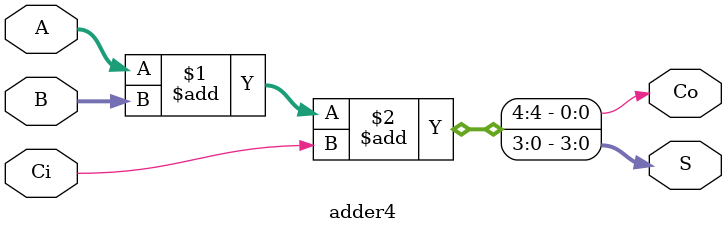
<source format=v>

module adder4 (S, Co, A, B, Ci);
input  [3:0] A, B;	// A, B ¥|¦ì¤¸¿é¤J
input  Ci;		// Ci ¤@¦ì¤¸¿é¤J
output Co; 		// Co ¤@¦ì¤¸¶i¦ì¿é¥X
output [3:0] S; 	// S  ¥|¦ì¤¸¥[ªk©M¿é¥X

// ¨Ï¥Î¥[ªk¹Bºâ¤l 
assign {Co, S} = A + B + Ci;

endmodule

</source>
